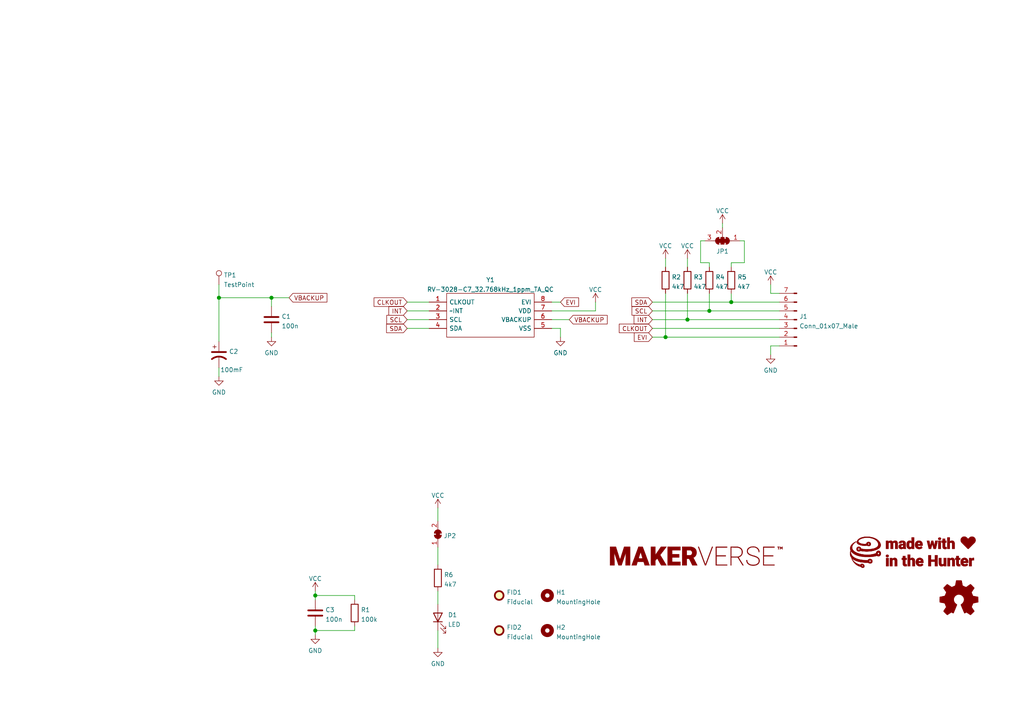
<source format=kicad_sch>
(kicad_sch (version 20210621) (generator eeschema)
  (paper "A4")
  (title_block (title "Makerverse RTC RV3028") (date "2021-09-14") (rev "10") (comment 1 "Designed at Core Electronics by Brenton Schulz") (comment 2 "Makerverse and the makerverse logo are trademarks of Core Electronics Pty Ltd.") (comment 3 "License: CCASAv4.0 https://creativecommons.org/licenses/by-sa/4.0/"))
  (lib_symbols
    (symbol "Connector:Conn_01x07_Male" (pin_names (offset 1.016) hide)
      (property "Reference" "J" (at 0 10.16 0))
      (property "Value" "Conn_01x07_Male" (at 0 -10.16 0))
      (symbol "Conn_01x07_Male_1_1"
        (pin passive line (at 5.08 7.62 180) (length 3.81) (name "Pin_1") (number "1"))
        (pin passive line (at 5.08 5.08 180) (length 3.81) (name "Pin_2") (number "2"))
        (pin passive line (at 5.08 2.54 180) (length 3.81) (name "Pin_3") (number "3"))
        (pin passive line (at 5.08 0 180) (length 3.81) (name "Pin_4") (number "4"))
        (pin passive line (at 5.08 -2.54 180) (length 3.81) (name "Pin_5") (number "5"))
        (pin passive line (at 5.08 -5.08 180) (length 3.81) (name "Pin_6") (number "6"))
        (pin passive line (at 5.08 -7.62 180) (length 3.81) (name "Pin_7") (number "7"))
      )
    )
    (symbol "Connector:TestPoint" (pin_numbers hide) (pin_names (offset 0.762) hide)
      (property "Reference" "TP" (at 0 6.858 0))
      (property "Value" "TestPoint" (at 0 5.08 0))
      (symbol "TestPoint_1_1"
        (pin passive line (at 0 0 90) (length 2.54) (name "1") (number "1"))
      )
    )
    (symbol "CoreElectronics_Artwork:LOGO_CoreElectronics_made-with-love" (pin_names (offset 1.016)))
    (symbol "Device:C" (pin_numbers hide) (pin_names (offset 0.254))
      (property "Reference" "C" (at 0.635 2.54 0))
      (property "Value" "C" (at 0.635 -2.54 0))
      (symbol "C_1_1"
        (pin passive line (at 0 3.81 270) (length 2.794) (name "~") (number "1"))
        (pin passive line (at 0 -3.81 90) (length 2.794) (name "~") (number "2"))
      )
    )
    (symbol "Device:CP1" (pin_numbers hide) (pin_names (offset 0.254) hide)
      (property "Reference" "C" (at 0.635 2.54 0))
      (property "Value" "CP1" (at 0.635 -2.54 0))
      (symbol "CP1_1_1"
        (pin passive line (at 0 3.81 270) (length 2.794) (name "~") (number "1"))
        (pin passive line (at 0 -3.81 90) (length 3.302) (name "~") (number "2"))
      )
    )
    (symbol "Device:LED" (pin_numbers hide) (pin_names (offset 1.016) hide)
      (property "Reference" "D" (at 0 2.54 0))
      (property "Value" "LED" (at 0 -2.54 0))
      (symbol "LED_1_1"
        (pin passive line (at -3.81 0 0) (length 2.54) (name "K") (number "1"))
        (pin passive line (at 3.81 0 180) (length 2.54) (name "A") (number "2"))
      )
    )
    (symbol "Device:R" (pin_numbers hide) (pin_names (offset 0))
      (property "Reference" "R" (at 2.032 0 90))
      (property "Value" "R" (at 0 0 90))
      (symbol "R_1_1"
        (pin passive line (at 0 3.81 270) (length 1.27) (name "~") (number "1"))
        (pin passive line (at 0 -3.81 90) (length 1.27) (name "~") (number "2"))
      )
    )
    (symbol "Graphic:Logo_Open_Hardware_Small" (pin_names (offset 1.016)))
    (symbol "Jumper:SolderJumper_2_Bridged" (pin_names (offset 0) hide)
      (property "Reference" "JP" (at 0 2.032 0))
      (property "Value" "SolderJumper_2_Bridged" (at 0 -2.54 0))
      (symbol "SolderJumper_2_Bridged_1_1"
        (pin passive line (at -3.81 0 0) (length 2.54) (name "A") (number "1"))
        (pin passive line (at 3.81 0 180) (length 2.54) (name "B") (number "2"))
      )
    )
    (symbol "Jumper:SolderJumper_3_Bridged123" (pin_names (offset 0) hide)
      (property "Reference" "JP" (at -2.54 -2.54 0))
      (property "Value" "SolderJumper_3_Bridged123" (at 0 2.794 0))
      (symbol "SolderJumper_3_Bridged123_1_1"
        (pin passive line (at -5.08 0 0) (length 2.54) (name "A") (number "1"))
        (pin input line (at 0 -3.81 90) (length 2.54) (name "C") (number "2"))
        (pin passive line (at 5.08 0 180) (length 2.54) (name "B") (number "3"))
      )
    )
    (symbol "Makerverse:LOGO" (pin_names (offset 1.016)))
    (symbol "Mechanical:Fiducial"
      (property "Reference" "FID" (at 0 5.08 0))
      (property "Value" "Fiducial" (at 0 3.175 0))
    )
    (symbol "Mechanical:MountingHole" (pin_names (offset 1.016))
      (property "Reference" "H" (at 0 5.08 0))
      (property "Value" "MountingHole" (at 0 3.175 0))
    )
    (symbol "power:GND" (power) (pin_names (offset 0))
      (property "Value" "GND" (at 0 -3.81 0))
      (symbol "GND_1_1"
        (pin power_in line (at 0 0 270) (length 0) hide (name "GND") (number "1"))
      )
    )
    (symbol "power:VCC" (power) (pin_names (offset 0))
      (property "Value" "VCC" (at 0 3.81 0))
      (symbol "VCC_1_1"
        (pin power_in line (at 0 0 90) (length 0) hide (name "VCC") (number "1"))
      )
    )
    (symbol "rv-3028:RV-3028-C7_32.768kHz_1ppm_TA_QC" (pin_names (offset 0.762))
      (property "Reference" "Y" (at 31.75 7.62 0))
      (property "Value" "RV-3028-C7_32.768kHz_1ppm_TA_QC" (at 31.75 5.08 0))
      (symbol "RV-3028-C7_32.768kHz_1ppm_TA_QC_0_0"
        (pin passive line (at 0 0 0) (length 5.08) (name "CLKOUT") (number "1"))
        (pin passive line (at 0 -2.54 0) (length 5.08) (name "~INT") (number "2"))
        (pin passive line (at 0 -5.08 0) (length 5.08) (name "SCL") (number "3"))
        (pin passive line (at 0 -7.62 0) (length 5.08) (name "SDA") (number "4"))
        (pin passive line (at 35.56 -7.62 180) (length 5.08) (name "VSS") (number "5"))
        (pin passive line (at 35.56 -5.08 180) (length 5.08) (name "VBACKUP") (number "6"))
        (pin passive line (at 35.56 -2.54 180) (length 5.08) (name "VDD") (number "7"))
        (pin passive line (at 35.56 0 180) (length 5.08) (name "EVI") (number "8"))
      )
    )
  )
  (junction (at 63.5 86.36) (diameter 1.016))
  (junction (at 78.74 86.36) (diameter 1.016))
  (junction (at 91.44 172.72) (diameter 1.016))
  (junction (at 91.44 182.88) (diameter 1.016))
  (junction (at 193.04 97.79) (diameter 1.016))
  (junction (at 199.39 92.71) (diameter 1.016))
  (junction (at 205.74 90.17) (diameter 1.016))
  (junction (at 212.09 87.63) (diameter 1.016))
  (wire (pts (xy 63.5 82.55) (xy 63.5 86.36)))
  (wire (pts (xy 63.5 86.36) (xy 63.5 99.06)))
  (wire (pts (xy 63.5 86.36) (xy 78.74 86.36)))
  (wire (pts (xy 63.5 106.68) (xy 63.5 109.22)))
  (wire (pts (xy 78.74 86.36) (xy 78.74 88.9)))
  (wire (pts (xy 78.74 86.36) (xy 83.82 86.36)))
  (wire (pts (xy 78.74 96.52) (xy 78.74 97.79)))
  (wire (pts (xy 91.44 171.45) (xy 91.44 172.72)))
  (wire (pts (xy 91.44 172.72) (xy 91.44 173.99)))
  (wire (pts (xy 91.44 172.72) (xy 102.87 172.72)))
  (wire (pts (xy 91.44 181.61) (xy 91.44 182.88)))
  (wire (pts (xy 91.44 182.88) (xy 91.44 184.15)))
  (wire (pts (xy 91.44 182.88) (xy 102.87 182.88)))
  (wire (pts (xy 102.87 173.99) (xy 102.87 172.72)))
  (wire (pts (xy 102.87 181.61) (xy 102.87 182.88)))
  (wire (pts (xy 118.11 87.63) (xy 124.46 87.63)))
  (wire (pts (xy 118.11 90.17) (xy 124.46 90.17)))
  (wire (pts (xy 118.11 92.71) (xy 124.46 92.71)))
  (wire (pts (xy 118.11 95.25) (xy 124.46 95.25)))
  (wire (pts (xy 127 147.32) (xy 127 151.13)))
  (wire (pts (xy 127 158.75) (xy 127 163.83)))
  (wire (pts (xy 127 171.45) (xy 127 175.26)))
  (wire (pts (xy 127 182.88) (xy 127 187.96)))
  (wire (pts (xy 160.02 87.63) (xy 162.56 87.63)))
  (wire (pts (xy 160.02 90.17) (xy 172.72 90.17)))
  (wire (pts (xy 160.02 92.71) (xy 165.1 92.71)))
  (wire (pts (xy 162.56 95.25) (xy 160.02 95.25)))
  (wire (pts (xy 162.56 97.79) (xy 162.56 95.25)))
  (wire (pts (xy 172.72 90.17) (xy 172.72 87.63)))
  (wire (pts (xy 189.23 87.63) (xy 212.09 87.63)))
  (wire (pts (xy 189.23 90.17) (xy 205.74 90.17)))
  (wire (pts (xy 189.23 92.71) (xy 199.39 92.71)))
  (wire (pts (xy 189.23 95.25) (xy 226.06 95.25)))
  (wire (pts (xy 193.04 74.93) (xy 193.04 77.47)))
  (wire (pts (xy 193.04 85.09) (xy 193.04 97.79)))
  (wire (pts (xy 193.04 97.79) (xy 189.23 97.79)))
  (wire (pts (xy 193.04 97.79) (xy 226.06 97.79)))
  (wire (pts (xy 199.39 74.93) (xy 199.39 77.47)))
  (wire (pts (xy 199.39 85.09) (xy 199.39 92.71)))
  (wire (pts (xy 199.39 92.71) (xy 226.06 92.71)))
  (wire (pts (xy 203.2 69.85) (xy 203.2 76.2)))
  (wire (pts (xy 203.2 76.2) (xy 205.74 76.2)))
  (wire (pts (xy 204.47 69.85) (xy 203.2 69.85)))
  (wire (pts (xy 205.74 76.2) (xy 205.74 77.47)))
  (wire (pts (xy 205.74 85.09) (xy 205.74 90.17)))
  (wire (pts (xy 205.74 90.17) (xy 226.06 90.17)))
  (wire (pts (xy 209.55 64.77) (xy 209.55 66.04)))
  (wire (pts (xy 212.09 76.2) (xy 212.09 77.47)))
  (wire (pts (xy 212.09 76.2) (xy 215.9 76.2)))
  (wire (pts (xy 212.09 85.09) (xy 212.09 87.63)))
  (wire (pts (xy 212.09 87.63) (xy 226.06 87.63)))
  (wire (pts (xy 214.63 69.85) (xy 215.9 69.85)))
  (wire (pts (xy 215.9 69.85) (xy 215.9 76.2)))
  (wire (pts (xy 223.52 82.55) (xy 223.52 85.09)))
  (wire (pts (xy 223.52 85.09) (xy 226.06 85.09)))
  (wire (pts (xy 223.52 100.33) (xy 226.06 100.33)))
  (wire (pts (xy 223.52 102.87) (xy 223.52 100.33)))
  (global_label "VBACKUP" (shape input) (at 83.82 86.36 0) (property "Intersheet References" "${INTERSHEET_REFS}" (effects hide)))
  (global_label "CLKOUT" (shape input) (at 118.11 87.63 180) (property "Intersheet References" "${INTERSHEET_REFS}" (effects hide)))
  (global_label "INT" (shape input) (at 118.11 90.17 180) (property "Intersheet References" "${INTERSHEET_REFS}" (effects hide)))
  (global_label "SCL" (shape input) (at 118.11 92.71 180) (property "Intersheet References" "${INTERSHEET_REFS}" (effects hide)))
  (global_label "SDA" (shape input) (at 118.11 95.25 180) (property "Intersheet References" "${INTERSHEET_REFS}" (effects hide)))
  (global_label "EVI" (shape input) (at 162.56 87.63 0) (property "Intersheet References" "${INTERSHEET_REFS}" (effects hide)))
  (global_label "VBACKUP" (shape input) (at 165.1 92.71 0) (property "Intersheet References" "${INTERSHEET_REFS}" (effects hide)))
  (global_label "SDA" (shape input) (at 189.23 87.63 180) (property "Intersheet References" "${INTERSHEET_REFS}" (effects hide)))
  (global_label "SCL" (shape input) (at 189.23 90.17 180) (property "Intersheet References" "${INTERSHEET_REFS}" (effects hide)))
  (global_label "INT" (shape input) (at 189.23 92.71 180) (property "Intersheet References" "${INTERSHEET_REFS}" (effects hide)))
  (global_label "CLKOUT" (shape input) (at 189.23 95.25 180) (property "Intersheet References" "${INTERSHEET_REFS}" (effects hide)))
  (global_label "EVI" (shape input) (at 189.23 97.79 180) (property "Intersheet References" "${INTERSHEET_REFS}" (effects hide)))
  (symbol (lib_id "power:VCC") (at 91.44 171.45 0) (unit 1)
    (property "Reference" "#PWR010" (effects hide))
    (property "Value" "VCC" (at 91.44 167.8454 0))
  )
  (symbol (lib_id "power:VCC") (at 127 147.32 0) (unit 1)
    (property "Reference" "#PWR012" (effects hide))
    (property "Value" "VCC" (at 127 143.7154 0))
  )
  (symbol (lib_id "power:VCC") (at 172.72 87.63 0) (unit 1)
    (property "Reference" "#PWR04" (effects hide))
    (property "Value" "VCC" (at 172.72 84.0254 0))
  )
  (symbol (lib_id "power:VCC") (at 193.04 74.93 0) (unit 1)
    (property "Reference" "#PWR05" (effects hide))
    (property "Value" "VCC" (at 193.04 71.3254 0))
  )
  (symbol (lib_id "power:VCC") (at 199.39 74.93 0) (unit 1)
    (property "Reference" "#PWR0101" (effects hide))
    (property "Value" "VCC" (at 199.39 71.3254 0))
  )
  (symbol (lib_id "power:VCC") (at 209.55 64.77 0) (unit 1)
    (property "Reference" "#PWR06" (effects hide))
    (property "Value" "VCC" (at 209.55 61.1654 0))
  )
  (symbol (lib_id "power:VCC") (at 223.52 82.55 0) (unit 1)
    (property "Reference" "#PWR08" (effects hide))
    (property "Value" "VCC" (at 223.52 78.9454 0))
  )
  (symbol (lib_id "Connector:TestPoint") (at 63.5 82.55 0) (unit 1)
    (property "Reference" "TP1" (at 64.8971 79.8 0) (effects (justify left)))
    (property "Value" "TestPoint" (at 64.8971 82.5751 0) (effects (justify left)))
    (property "Footprint" "TestPoint:TestPoint_THTPad_D1.5mm_Drill0.7mm" (effects hide))
  )
  (symbol (lib_id "power:GND") (at 63.5 109.22 0) (unit 1)
    (property "Reference" "#PWR01" (effects hide))
    (property "Value" "GND" (at 63.5 113.7826 0))
  )
  (symbol (lib_id "power:GND") (at 78.74 97.79 0) (unit 1)
    (property "Reference" "#PWR02" (effects hide))
    (property "Value" "GND" (at 78.74 102.3526 0))
  )
  (symbol (lib_id "power:GND") (at 91.44 184.15 0) (unit 1)
    (property "Reference" "#PWR011" (effects hide))
    (property "Value" "GND" (at 91.44 188.7126 0))
  )
  (symbol (lib_id "power:GND") (at 127 187.96 0) (unit 1)
    (property "Reference" "#PWR013" (effects hide))
    (property "Value" "GND" (at 127 192.5226 0))
  )
  (symbol (lib_id "power:GND") (at 162.56 97.79 0) (unit 1)
    (property "Reference" "#PWR03" (effects hide))
    (property "Value" "GND" (at 162.56 102.3526 0))
  )
  (symbol (lib_id "power:GND") (at 223.52 102.87 0) (unit 1)
    (property "Reference" "#PWR09" (effects hide))
    (property "Value" "GND" (at 223.52 107.4326 0))
  )
  (symbol (lib_id "Mechanical:Fiducial") (at 144.78 172.72 0) (unit 1)
    (property "Reference" "FID1" (at 146.9391 171.8115 0) (effects (justify left)))
    (property "Value" "Fiducial" (at 146.9391 174.5866 0) (effects (justify left)))
    (property "Footprint" "Fiducial:Fiducial_1mm_Mask2mm" (effects hide))
  )
  (symbol (lib_id "Mechanical:Fiducial") (at 144.78 182.88 0) (unit 1)
    (property "Reference" "FID2" (at 146.9391 181.9715 0) (effects (justify left)))
    (property "Value" "Fiducial" (at 146.9391 184.7466 0) (effects (justify left)))
    (property "Footprint" "Fiducial:Fiducial_1mm_Mask2mm" (effects hide))
  )
  (symbol (lib_id "Mechanical:MountingHole") (at 158.75 172.72 0) (unit 1)
    (property "Reference" "H1" (at 161.2901 171.8115 0) (effects (justify left)))
    (property "Value" "MountingHole" (at 161.2901 174.5866 0) (effects (justify left)))
    (property "Footprint" "MountingHole:MountingHole_3.2mm_M3" (effects hide))
  )
  (symbol (lib_id "Mechanical:MountingHole") (at 158.75 182.88 0) (unit 1)
    (property "Reference" "H2" (at 161.2901 181.9715 0) (effects (justify left)))
    (property "Value" "MountingHole" (at 161.2901 184.7466 0) (effects (justify left)))
    (property "Footprint" "MountingHole:MountingHole_3.2mm_M3" (effects hide))
  )
  (symbol (lib_id "Jumper:SolderJumper_2_Bridged") (at 127 154.94 90) (unit 1)
    (property "Reference" "JP2" (at 128.6511 155.419 90) (effects (justify right)))
    (property "Value" "SolderJumper_2_Bridged" (effects hide))
    (property "Footprint" "CoreElectronics_Components:SolderJumper-2_P1.3mm_Bridged_RoundedPad1.0x1.5mm" (effects hide))
  )
  (symbol (lib_id "Device:R") (at 102.87 177.8 0) (unit 1)
    (property "Reference" "R1" (at 104.6481 176.8915 0) (effects (justify left)))
    (property "Value" "100k" (at 104.6481 179.6666 0) (effects (justify left)))
    (property "Footprint" "Resistor_SMD:R_0402_1005Metric" (effects hide))
  )
  (symbol (lib_id "Device:R") (at 127 167.64 0) (unit 1)
    (property "Reference" "R6" (at 128.7781 166.7315 0) (effects (justify left)))
    (property "Value" "4k7" (at 128.7781 169.5066 0) (effects (justify left)))
    (property "Footprint" "Resistor_SMD:R_0402_1005Metric" (effects hide))
  )
  (symbol (lib_id "Device:R") (at 193.04 81.28 0) (unit 1)
    (property "Reference" "R2" (at 194.8181 80.3715 0) (effects (justify left)))
    (property "Value" "4k7" (at 194.8181 83.1466 0) (effects (justify left)))
    (property "Footprint" "Resistor_SMD:R_0402_1005Metric" (effects hide))
  )
  (symbol (lib_id "Device:R") (at 199.39 81.28 0) (unit 1)
    (property "Reference" "R3" (at 201.1681 80.3715 0) (effects (justify left)))
    (property "Value" "4k7" (at 201.1681 83.1466 0) (effects (justify left)))
    (property "Footprint" "Resistor_SMD:R_0402_1005Metric" (effects hide))
  )
  (symbol (lib_id "Device:R") (at 205.74 81.28 0) (unit 1)
    (property "Reference" "R4" (at 207.5181 80.3715 0) (effects (justify left)))
    (property "Value" "4k7" (at 207.5181 83.1466 0) (effects (justify left)))
    (property "Footprint" "Resistor_SMD:R_0402_1005Metric" (effects hide))
  )
  (symbol (lib_id "Device:R") (at 212.09 81.28 0) (unit 1)
    (property "Reference" "R5" (at 213.8681 80.3715 0) (effects (justify left)))
    (property "Value" "4k7" (at 213.8681 83.1466 0) (effects (justify left)))
    (property "Footprint" "Resistor_SMD:R_0402_1005Metric" (effects hide))
  )
  (symbol (lib_id "Device:LED") (at 127 179.07 90) (unit 1)
    (property "Reference" "D1" (at 129.9211 178.352 90) (effects (justify right)))
    (property "Value" "LED" (at 129.9211 181.1271 90) (effects (justify right)))
    (property "Footprint" "LED_SMD:LED_0603_1608Metric" (effects hide))
  )
  (symbol (lib_id "Device:CP1") (at 63.5 102.87 0) (unit 1)
    (property "Reference" "C2" (at 66.4211 101.9615 0) (effects (justify left)))
    (property "Value" "100mF" (at 63.8811 107.2766 0) (effects (justify left)))
    (property "Footprint" "RTC:FC_10.5X5.5_" (effects hide))
  )
  (symbol (lib_id "Device:C") (at 78.74 92.71 0) (unit 1)
    (property "Reference" "C1" (at 81.6611 91.8015 0) (effects (justify left)))
    (property "Value" "100n" (at 81.6611 94.5766 0) (effects (justify left)))
    (property "Footprint" "Capacitor_SMD:C_0402_1005Metric" (effects hide))
  )
  (symbol (lib_id "Device:C") (at 91.44 177.8 0) (unit 1)
    (property "Reference" "C3" (at 94.3611 176.8915 0) (effects (justify left)))
    (property "Value" "100n" (at 94.3611 179.6666 0) (effects (justify left)))
    (property "Footprint" "Capacitor_SMD:C_0402_1005Metric" (effects hide))
  )
  (symbol (lib_id "Jumper:SolderJumper_3_Bridged123") (at 209.55 69.85 180) (unit 1)
    (property "Reference" "JP1" (at 209.55 72.8886 0))
    (property "Value" "SolderJumper_3_Bridged123" (effects hide))
    (property "Footprint" "CoreElectronics_Components:SolderJumper-3_P1.3mm_Closed_RoundedPad1.0x1.5mm" (effects hide))
  )
  (symbol (lib_id "Connector:Conn_01x07_Male") (at 231.14 92.71 180) (unit 1)
    (property "Reference" "J1" (at 231.8513 91.8015 0) (effects (justify right)))
    (property "Value" "Conn_01x07_Male" (at 231.8513 94.5766 0) (effects (justify right)))
    (property "Footprint" "Connector_PinSocket_2.54mm:PinSocket_1x07_P2.54mm_Vertical" (effects hide))
  )
  (symbol (lib_id "Graphic:Logo_Open_Hardware_Small") (at 278.13 173.99 0) (unit 1)
    (property "Reference" "#LOGO1" (effects hide))
    (property "Value" "Logo_Open_Hardware_Small" (effects hide))
  )
  (symbol (lib_id "Makerverse:LOGO") (at 201.93 161.29 0) (unit 1)
    (property "Reference" "#G1" (effects hide))
    (property "Value" "LOGO" (effects hide))
  )
  (symbol (lib_id "CoreElectronics_Artwork:LOGO_CoreElectronics_made-with-love") (at 265.43 160.02 0) (unit 1)
    (property "Reference" "#G2" (effects hide))
    (property "Value" "LOGO_CoreElectronics_made-with-love" (effects hide))
  )
  (symbol (lib_id "rv-3028:RV-3028-C7_32.768kHz_1ppm_TA_QC") (at 124.46 87.63 0) (unit 1)
    (property "Reference" "Y1" (at 142.24 81.1742 0))
    (property "Value" "RV-3028-C7_32.768kHz_1ppm_TA_QC" (at 142.24 83.9493 0))
    (property "Footprint" "RTC:RV3028C732768kHz1ppmTAQC" (effects hide))
    (property "Datasheet" "https://cdn.sparkfun.com/assets/6/8/2/b/3/RV-3028-C7_App-Manual.pdf" (effects hide))
    (property "Description" "Real Time Clock 32.768kHz I2C Time Acc. 1ppm" (effects hide))
    (property "Height" "0.8" (effects hide))
    (property "Mouser Part Number" "428-203591-MG01" (effects hide))
    (property "Mouser Price/Stock" "https://www.mouser.co.uk/ProductDetail/Micro-Crystal/RV-3028-C7-32768kHz-1ppm-TA-QC?qs=u16ybLDytRaU7ZFJl2AxfQ%3D%3D" (effects hide))
    (property "Manufacturer_Name" "Micro Crystal AG" (effects hide))
    (property "Manufacturer_Part_Number" "RV-3028-C7 32.768kHz 1ppm TA QC" (effects hide))
  )
)
</source>
